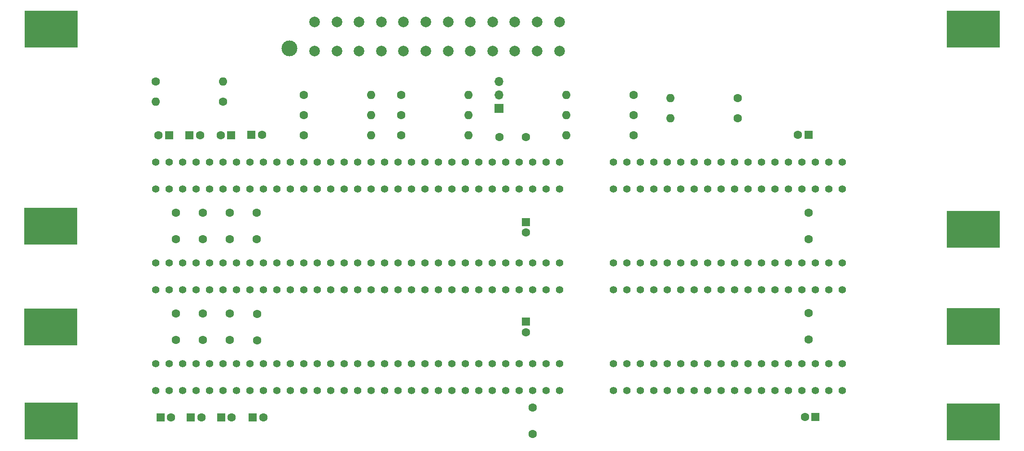
<source format=gbr>
%TF.GenerationSoftware,KiCad,Pcbnew,(6.0.7)*%
%TF.CreationDate,2022-08-07T07:45:21-07:00*%
%TF.ProjectId,isa_board,6973615f-626f-4617-9264-2e6b69636164,rev?*%
%TF.SameCoordinates,Original*%
%TF.FileFunction,Soldermask,Bot*%
%TF.FilePolarity,Negative*%
%FSLAX46Y46*%
G04 Gerber Fmt 4.6, Leading zero omitted, Abs format (unit mm)*
G04 Created by KiCad (PCBNEW (6.0.7)) date 2022-08-07 07:45:21*
%MOMM*%
%LPD*%
G01*
G04 APERTURE LIST*
%ADD10R,1.600000X1.600000*%
%ADD11C,1.600000*%
%ADD12R,10.000000X7.000000*%
%ADD13O,1.600000X1.600000*%
%ADD14C,1.400000*%
%ADD15R,1.700000X1.700000*%
%ADD16O,1.700000X1.700000*%
%ADD17C,3.000000*%
%ADD18C,2.000000*%
G04 APERTURE END LIST*
D10*
%TO.C,C14*%
X85400000Y-113880000D03*
D11*
X87400000Y-113880000D03*
%TD*%
D12*
%TO.C,H3*%
X47339829Y-96762341D03*
%TD*%
D11*
%TO.C,C11*%
X75970000Y-75185000D03*
X75970000Y-80185000D03*
%TD*%
%TO.C,R1*%
X67080000Y-50380000D03*
D13*
X79780000Y-50380000D03*
%TD*%
D12*
%TO.C,H7*%
X221367045Y-96688243D03*
%TD*%
D11*
%TO.C,R8*%
X157250000Y-60540000D03*
D13*
X144550000Y-60540000D03*
%TD*%
D10*
%TO.C,C8*%
X73467829Y-60539999D03*
D11*
X75467829Y-60539999D03*
%TD*%
D10*
%TO.C,C1*%
X136930000Y-95779888D03*
D11*
X136930000Y-97779888D03*
%TD*%
%TO.C,C29*%
X190270000Y-75185000D03*
X190270000Y-80185000D03*
%TD*%
%TO.C,R5*%
X113435000Y-56730000D03*
D13*
X126135000Y-56730000D03*
%TD*%
D10*
%TO.C,C25*%
X190270000Y-60512826D03*
D11*
X188270000Y-60512826D03*
%TD*%
D10*
%TO.C,C27*%
X136930000Y-76955000D03*
D11*
X136930000Y-78955000D03*
%TD*%
%TO.C,C17*%
X86214539Y-94310304D03*
X86214539Y-99310304D03*
%TD*%
D12*
%TO.C,H5*%
X221389344Y-40492560D03*
%TD*%
%TO.C,H4*%
X47387526Y-114611973D03*
%TD*%
%TO.C,H2*%
X47339829Y-77727383D03*
%TD*%
%TO.C,H6*%
X221338243Y-78350442D03*
%TD*%
D11*
%TO.C,C4*%
X190270000Y-94195000D03*
X190270000Y-99195000D03*
%TD*%
D10*
%TO.C,C9*%
X73744887Y-113880000D03*
D11*
X75744887Y-113880000D03*
%TD*%
D10*
%TO.C,C19*%
X79459887Y-113880000D03*
D11*
X81459887Y-113880000D03*
%TD*%
%TO.C,C30*%
X138200000Y-112015000D03*
X138200000Y-117015000D03*
%TD*%
D10*
%TO.C,C3*%
X68029887Y-113880000D03*
D11*
X70029887Y-113880000D03*
%TD*%
%TO.C,C24*%
X81050000Y-94235000D03*
X81050000Y-99235000D03*
%TD*%
%TO.C,C5*%
X70890000Y-75185000D03*
X70890000Y-80185000D03*
%TD*%
%TO.C,R3*%
X95020000Y-60540000D03*
D13*
X107720000Y-60540000D03*
%TD*%
D14*
%TO.C,J3*%
X67080000Y-70700000D03*
X69620000Y-70700000D03*
X72160000Y-70700000D03*
X74700000Y-70700000D03*
X77240000Y-70700000D03*
X79780000Y-70700000D03*
X82320000Y-70700000D03*
X84860000Y-70700000D03*
X87400000Y-70700000D03*
X89940000Y-70700000D03*
X92480000Y-70700000D03*
X95020000Y-70700000D03*
X97560000Y-70700000D03*
X100100000Y-70700000D03*
X102640000Y-70700000D03*
X105180000Y-70700000D03*
X107720000Y-70700000D03*
X110260000Y-70700000D03*
X112800000Y-70700000D03*
X115340000Y-70700000D03*
X117880000Y-70700000D03*
X120420000Y-70700000D03*
X122960000Y-70700000D03*
X125500000Y-70700000D03*
X128040000Y-70700000D03*
X130580000Y-70700000D03*
X133120000Y-70700000D03*
X135660000Y-70700000D03*
X138200000Y-70700000D03*
X140740000Y-70700000D03*
X143280000Y-70700000D03*
X67080000Y-65620000D03*
X69620000Y-65620000D03*
X72160000Y-65620000D03*
X74700000Y-65620000D03*
X77240000Y-65620000D03*
X79780000Y-65620000D03*
X82320000Y-65620000D03*
X84860000Y-65620000D03*
X87400000Y-65620000D03*
X89940000Y-65620000D03*
X92480000Y-65620000D03*
X95020000Y-65620000D03*
X97560000Y-65620000D03*
X100100000Y-65620000D03*
X102640000Y-65620000D03*
X105180000Y-65620000D03*
X107720000Y-65620000D03*
X110260000Y-65620000D03*
X112800000Y-65620000D03*
X115340000Y-65620000D03*
X117880000Y-65620000D03*
X120420000Y-65620000D03*
X122960000Y-65620000D03*
X125500000Y-65620000D03*
X128040000Y-65620000D03*
X130580000Y-65620000D03*
X133120000Y-65620000D03*
X135660000Y-65620000D03*
X138200000Y-65620000D03*
X140740000Y-65620000D03*
X143280000Y-65620000D03*
X153440000Y-70700000D03*
X155980000Y-70700000D03*
X158520000Y-70700000D03*
X161060000Y-70700000D03*
X163600000Y-70700000D03*
X166140000Y-70700000D03*
X168680000Y-70700000D03*
X171220000Y-70700000D03*
X173760000Y-70700000D03*
X176300000Y-70700000D03*
X178840000Y-70700000D03*
X181380000Y-70700000D03*
X183920000Y-70700000D03*
X186460000Y-70700000D03*
X189000000Y-70700000D03*
X191540000Y-70700000D03*
X194080000Y-70700000D03*
X196620000Y-70700000D03*
X153440000Y-65620000D03*
X155980000Y-65620000D03*
X158520000Y-65620000D03*
X161060000Y-65620000D03*
X163600000Y-65620000D03*
X166140000Y-65620000D03*
X168680000Y-65620000D03*
X171220000Y-65620000D03*
X173760000Y-65620000D03*
X176300000Y-65620000D03*
X178840000Y-65620000D03*
X181380000Y-65620000D03*
X183920000Y-65620000D03*
X186460000Y-65620000D03*
X189000000Y-65620000D03*
X191540000Y-65620000D03*
X194080000Y-65620000D03*
X196620000Y-65620000D03*
%TD*%
D11*
%TO.C,C28*%
X136950000Y-60910000D03*
X131950000Y-60910000D03*
%TD*%
%TO.C,C10*%
X75970000Y-94235000D03*
X75970000Y-99235000D03*
%TD*%
%TO.C,R9*%
X157250000Y-56730000D03*
D13*
X144550000Y-56730000D03*
%TD*%
D11*
%TO.C,R7*%
X176935000Y-53555000D03*
D13*
X164235000Y-53555000D03*
%TD*%
D11*
%TO.C,R10*%
X176935000Y-57365000D03*
D13*
X164235000Y-57365000D03*
%TD*%
D10*
%TO.C,C26*%
X191596264Y-113822079D03*
D11*
X189596264Y-113822079D03*
%TD*%
D14*
%TO.C,J2*%
X67080000Y-89750000D03*
X69620000Y-89750000D03*
X72160000Y-89750000D03*
X74700000Y-89750000D03*
X77240000Y-89750000D03*
X79780000Y-89750000D03*
X82320000Y-89750000D03*
X84860000Y-89750000D03*
X87400000Y-89750000D03*
X89940000Y-89750000D03*
X92480000Y-89750000D03*
X95020000Y-89750000D03*
X97560000Y-89750000D03*
X100100000Y-89750000D03*
X102640000Y-89750000D03*
X105180000Y-89750000D03*
X107720000Y-89750000D03*
X110260000Y-89750000D03*
X112800000Y-89750000D03*
X115340000Y-89750000D03*
X117880000Y-89750000D03*
X120420000Y-89750000D03*
X122960000Y-89750000D03*
X125500000Y-89750000D03*
X128040000Y-89750000D03*
X130580000Y-89750000D03*
X133120000Y-89750000D03*
X135660000Y-89750000D03*
X138200000Y-89750000D03*
X140740000Y-89750000D03*
X143280000Y-89750000D03*
X67080000Y-84670000D03*
X69620000Y-84670000D03*
X72160000Y-84670000D03*
X74700000Y-84670000D03*
X77240000Y-84670000D03*
X79780000Y-84670000D03*
X82320000Y-84670000D03*
X84860000Y-84670000D03*
X87400000Y-84670000D03*
X89940000Y-84670000D03*
X92480000Y-84670000D03*
X95020000Y-84670000D03*
X97560000Y-84670000D03*
X100100000Y-84670000D03*
X102640000Y-84670000D03*
X105180000Y-84670000D03*
X107720000Y-84670000D03*
X110260000Y-84670000D03*
X112800000Y-84670000D03*
X115340000Y-84670000D03*
X117880000Y-84670000D03*
X120420000Y-84670000D03*
X122960000Y-84670000D03*
X125500000Y-84670000D03*
X128040000Y-84670000D03*
X130580000Y-84670000D03*
X133120000Y-84670000D03*
X135660000Y-84670000D03*
X138200000Y-84670000D03*
X140740000Y-84670000D03*
X143280000Y-84670000D03*
X153440000Y-89750000D03*
X155980000Y-89750000D03*
X158520000Y-89750000D03*
X161060000Y-89750000D03*
X163600000Y-89750000D03*
X166140000Y-89750000D03*
X168680000Y-89750000D03*
X171220000Y-89750000D03*
X173760000Y-89750000D03*
X176300000Y-89750000D03*
X178840000Y-89750000D03*
X181380000Y-89750000D03*
X183920000Y-89750000D03*
X186460000Y-89750000D03*
X189000000Y-89750000D03*
X191540000Y-89750000D03*
X194080000Y-89750000D03*
X196620000Y-89750000D03*
X153440000Y-84670000D03*
X155980000Y-84670000D03*
X158520000Y-84670000D03*
X161060000Y-84670000D03*
X163600000Y-84670000D03*
X166140000Y-84670000D03*
X168680000Y-84670000D03*
X171220000Y-84670000D03*
X173760000Y-84670000D03*
X176300000Y-84670000D03*
X178840000Y-84670000D03*
X181380000Y-84670000D03*
X183920000Y-84670000D03*
X186460000Y-84670000D03*
X189000000Y-84670000D03*
X191540000Y-84670000D03*
X194080000Y-84670000D03*
X196620000Y-84670000D03*
%TD*%
D11*
%TO.C,R13*%
X95020000Y-52920000D03*
D13*
X107720000Y-52920000D03*
%TD*%
D11*
%TO.C,R11*%
X113435000Y-60540000D03*
D13*
X126135000Y-60540000D03*
%TD*%
D10*
%TO.C,C21*%
X81354929Y-60540000D03*
D11*
X79354929Y-60540000D03*
%TD*%
%TO.C,C22*%
X81050000Y-75185000D03*
X81050000Y-80185000D03*
%TD*%
D12*
%TO.C,H1*%
X47400438Y-40509230D03*
%TD*%
D11*
%TO.C,C16*%
X86130000Y-75185000D03*
X86130000Y-80185000D03*
%TD*%
D12*
%TO.C,H8*%
X221378468Y-114716154D03*
%TD*%
D10*
%TO.C,C2*%
X69620000Y-60540000D03*
D11*
X67620000Y-60540000D03*
%TD*%
D14*
%TO.C,J1*%
X67080000Y-108800000D03*
X69620000Y-108800000D03*
X72160000Y-108800000D03*
X74700000Y-108800000D03*
X77240000Y-108800000D03*
X79780000Y-108800000D03*
X82320000Y-108800000D03*
X84860000Y-108800000D03*
X87400000Y-108800000D03*
X89940000Y-108800000D03*
X92480000Y-108800000D03*
X95020000Y-108800000D03*
X97560000Y-108800000D03*
X100100000Y-108800000D03*
X102640000Y-108800000D03*
X105180000Y-108800000D03*
X107720000Y-108800000D03*
X110260000Y-108800000D03*
X112800000Y-108800000D03*
X115340000Y-108800000D03*
X117880000Y-108800000D03*
X120420000Y-108800000D03*
X122960000Y-108800000D03*
X125500000Y-108800000D03*
X128040000Y-108800000D03*
X130580000Y-108800000D03*
X133120000Y-108800000D03*
X135660000Y-108800000D03*
X138200000Y-108800000D03*
X140740000Y-108800000D03*
X143280000Y-108800000D03*
X67080000Y-103720000D03*
X69620000Y-103720000D03*
X72160000Y-103720000D03*
X74700000Y-103720000D03*
X77240000Y-103720000D03*
X79780000Y-103720000D03*
X82320000Y-103720000D03*
X84860000Y-103720000D03*
X87400000Y-103720000D03*
X89940000Y-103720000D03*
X92480000Y-103720000D03*
X95020000Y-103720000D03*
X97560000Y-103720000D03*
X100100000Y-103720000D03*
X102640000Y-103720000D03*
X105180000Y-103720000D03*
X107720000Y-103720000D03*
X110260000Y-103720000D03*
X112800000Y-103720000D03*
X115340000Y-103720000D03*
X117880000Y-103720000D03*
X120420000Y-103720000D03*
X122960000Y-103720000D03*
X125500000Y-103720000D03*
X128040000Y-103720000D03*
X130580000Y-103720000D03*
X133120000Y-103720000D03*
X135660000Y-103720000D03*
X138200000Y-103720000D03*
X140740000Y-103720000D03*
X143280000Y-103720000D03*
X153440000Y-108800000D03*
X155980000Y-108800000D03*
X158520000Y-108800000D03*
X161060000Y-108800000D03*
X163600000Y-108800000D03*
X166140000Y-108800000D03*
X168680000Y-108800000D03*
X171220000Y-108800000D03*
X173760000Y-108800000D03*
X176300000Y-108800000D03*
X178840000Y-108800000D03*
X181380000Y-108800000D03*
X183920000Y-108800000D03*
X186460000Y-108800000D03*
X189000000Y-108800000D03*
X191540000Y-108800000D03*
X194080000Y-108800000D03*
X196620000Y-108800000D03*
X153440000Y-103720000D03*
X155980000Y-103720000D03*
X158520000Y-103720000D03*
X161060000Y-103720000D03*
X163600000Y-103720000D03*
X166140000Y-103720000D03*
X168680000Y-103720000D03*
X171220000Y-103720000D03*
X173760000Y-103720000D03*
X176300000Y-103720000D03*
X178840000Y-103720000D03*
X181380000Y-103720000D03*
X183920000Y-103720000D03*
X186460000Y-103720000D03*
X189000000Y-103720000D03*
X191540000Y-103720000D03*
X194080000Y-103720000D03*
X196620000Y-103720000D03*
%TD*%
D11*
%TO.C,R2*%
X95020000Y-56730000D03*
D13*
X107720000Y-56730000D03*
%TD*%
D10*
%TO.C,C15*%
X85174888Y-60503768D03*
D11*
X87174888Y-60503768D03*
%TD*%
%TO.C,C6*%
X70900000Y-94235000D03*
X70900000Y-99235000D03*
%TD*%
D15*
%TO.C,J5*%
X131850000Y-55460000D03*
D16*
X131850000Y-52920000D03*
X131850000Y-50380000D03*
%TD*%
D11*
%TO.C,R6*%
X157250000Y-52920000D03*
D13*
X144550000Y-52920000D03*
%TD*%
D11*
%TO.C,R4*%
X113435000Y-52920000D03*
D13*
X126135000Y-52920000D03*
%TD*%
D11*
%TO.C,R12*%
X79780000Y-54190000D03*
D13*
X67080000Y-54190000D03*
%TD*%
D17*
%TO.C,J4*%
X92385000Y-44140000D03*
D18*
X97085000Y-44600000D03*
X101285000Y-44600000D03*
X105485000Y-44600000D03*
X109685000Y-44600000D03*
X113885000Y-44600000D03*
X118085000Y-44600000D03*
X122285000Y-44600000D03*
X126485000Y-44600000D03*
X130685000Y-44600000D03*
X134885000Y-44600000D03*
X139085000Y-44600000D03*
X143285000Y-44600000D03*
X97085000Y-39100000D03*
X101285000Y-39100000D03*
X105485000Y-39100000D03*
X109685000Y-39100000D03*
X113885000Y-39100000D03*
X118085000Y-39100000D03*
X122285000Y-39100000D03*
X126485000Y-39100000D03*
X130685000Y-39100000D03*
X134885000Y-39100000D03*
X139085000Y-39100000D03*
X143285000Y-39100000D03*
%TD*%
M02*

</source>
